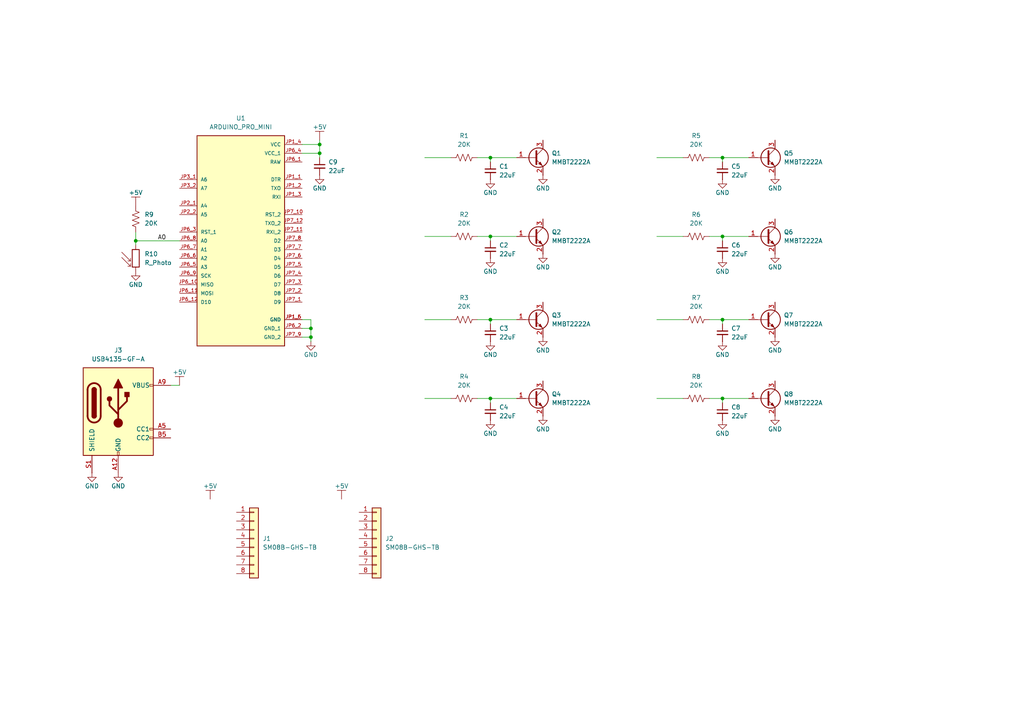
<source format=kicad_sch>
(kicad_sch (version 20250114) (generator "eeschema") (generator_version "9.0")
  (paper "A4")
  (lib_symbols
    (symbol "Connector:USB_C_Receptacle_PowerOnly_6P" (pin_names (offset 1.016))
      (property "Reference" "J" (at 0 16.51 0))
      (property "Value" "USB_C_Receptacle_PowerOnly_6P" (at 0 13.97 0))
      (symbol "USB_C_Receptacle_PowerOnly_6P_0_0"
        (rectangle (start -0.254 -12.7) (end 0.254 -11.684))
        (rectangle (start 10.16 7.874) (end 9.144 7.366))
        (rectangle (start 10.16 -4.826) (end 9.144 -5.334))
        (rectangle (start 10.16 -7.366) (end 9.144 -7.874))
      )
      (symbol "USB_C_Receptacle_PowerOnly_6P_0_1"
        (rectangle (start -10.16 12.7) (end 10.16 -12.7) (stroke (width 0.254)) (fill (type background)))
        (polyline (pts (xy -8.89 -1.27) (xy -8.89 6.35)) (stroke (width 0.508)))
        (rectangle (start -7.62 -1.27) (end -6.35 6.35) (stroke (width 0.254)) (fill (type outline)))
        (arc (start -7.62 6.35) (mid -6.985 6.9823) (end -6.35 6.35) (stroke (width 0.254)))
        (arc (start -7.62 6.35) (mid -6.985 6.9823) (end -6.35 6.35) (stroke (width 0.254)) (fill (type outline)))
        (arc (start -8.89 6.35) (mid -6.985 8.2467) (end -5.08 6.35) (stroke (width 0.508)))
        (arc (start -5.08 -1.27) (mid -6.985 -3.1667) (end -8.89 -1.27) (stroke (width 0.508)))
        (arc (start -6.35 -1.27) (mid -6.985 -1.9023) (end -7.62 -1.27) (stroke (width 0.254)))
        (arc (start -6.35 -1.27) (mid -6.985 -1.9023) (end -7.62 -1.27) (stroke (width 0.254)) (fill (type outline)))
        (polyline (pts (xy -5.08 6.35) (xy -5.08 -1.27)) (stroke (width 0.508)))
        (circle (center -2.54 3.683) (radius 0.635) (stroke (width 0.254)) (fill (type outline)))
        (polyline (pts (xy -1.27 6.858) (xy 0 9.398) (xy 1.27 6.858) (xy -1.27 6.858)) (stroke (width 0.254)) (fill (type outline)))
        (polyline (pts (xy 0 0.508) (xy 2.54 3.048) (xy 2.54 4.318)) (stroke (width 0.508)))
        (polyline (pts (xy 0 -0.762) (xy -2.54 1.778) (xy -2.54 3.048)) (stroke (width 0.508)))
        (polyline (pts (xy 0 -3.302) (xy 0 6.858)) (stroke (width 0.508)))
        (circle (center 0 -3.302) (radius 1.27) (fill (type outline)))
        (rectangle (start 1.905 4.318) (end 3.175 5.588) (stroke (width 0.254)) (fill (type outline)))
      )
      (symbol "USB_C_Receptacle_PowerOnly_6P_1_1"
        (pin passive line (at -7.62 -17.78 90) (length 5.08) (name "SHIELD") (number "S1"))
        (pin passive line (at 0 -17.78 90) (length 5.08) (name "GND") (number "A12"))
        (pin passive line (at 0 -17.78 90) (length 5.08) (hide yes) (name "GND") (number "B12"))
        (pin passive line (at 15.24 7.62 180) (length 5.08) (name "VBUS") (number "A9"))
        (pin passive line (at 15.24 7.62 180) (length 5.08) (hide yes) (name "VBUS") (number "B9"))
        (pin bidirectional line (at 15.24 -5.08 180) (length 5.08) (name "CC1") (number "A5"))
        (pin bidirectional line (at 15.24 -7.62 180) (length 5.08) (name "CC2") (number "B5"))
      )
    )
    (symbol "Connector_Generic:Conn_01x08" (pin_names (offset 1.016) (hide yes))
      (property "Reference" "J" (at 0 10.16 0))
      (property "Value" "Conn_01x08" (at 0 -12.7 0))
      (symbol "Conn_01x08_1_1"
        (rectangle (start -1.27 8.89) (end 1.27 -11.43) (stroke (width 0.254)) (fill (type background)))
        (rectangle (start -1.27 7.747) (end 0 7.493) (stroke (width 0.1524)))
        (rectangle (start -1.27 5.207) (end 0 4.953) (stroke (width 0.1524)))
        (rectangle (start -1.27 2.667) (end 0 2.413) (stroke (width 0.1524)))
        (rectangle (start -1.27 0.127) (end 0 -0.127) (stroke (width 0.1524)))
        (rectangle (start -1.27 -2.413) (end 0 -2.667) (stroke (width 0.1524)))
        (rectangle (start -1.27 -4.953) (end 0 -5.207) (stroke (width 0.1524)))
        (rectangle (start -1.27 -7.493) (end 0 -7.747) (stroke (width 0.1524)))
        (rectangle (start -1.27 -10.033) (end 0 -10.287) (stroke (width 0.1524)))
        (pin passive line (at -5.08 7.62 0) (length 3.81) (name "Pin_1") (number "1"))
        (pin passive line (at -5.08 5.08 0) (length 3.81) (name "Pin_2") (number "2"))
        (pin passive line (at -5.08 2.54 0) (length 3.81) (name "Pin_3") (number "3"))
        (pin passive line (at -5.08 0 0) (length 3.81) (name "Pin_4") (number "4"))
        (pin passive line (at -5.08 -2.54 0) (length 3.81) (name "Pin_5") (number "5"))
        (pin passive line (at -5.08 -5.08 0) (length 3.81) (name "Pin_6") (number "6"))
        (pin passive line (at -5.08 -7.62 0) (length 3.81) (name "Pin_7") (number "7"))
        (pin passive line (at -5.08 -10.16 0) (length 3.81) (name "Pin_8") (number "8"))
      )
    )
    (symbol "Device:C_Small" (pin_numbers (hide yes)) (pin_names (offset 0.254) (hide yes))
      (property "Reference" "C" (at 0.254 1.778 0))
      (property "Value" "C_Small" (at 0.254 -2.032 0))
      (symbol "C_Small_0_1"
        (polyline (pts (xy -1.524 0.508) (xy 1.524 0.508)) (stroke (width 0.3048)))
        (polyline (pts (xy -1.524 -0.508) (xy 1.524 -0.508)) (stroke (width 0.3302)))
      )
      (symbol "C_Small_1_1"
        (pin passive line (at 0 2.54 270) (length 2.032) (name "~") (number "1"))
        (pin passive line (at 0 -2.54 90) (length 2.032) (name "~") (number "2"))
      )
    )
    (symbol "Device:R_Photo" (pin_numbers (hide yes)) (pin_names (offset 0))
      (property "Reference" "R" (at 1.27 1.27 0))
      (property "Value" "R_Photo" (at 1.27 0 0))
      (symbol "R_Photo_0_1"
        (polyline (pts (xy -1.524 -0.762) (xy -4.064 1.778)))
        (polyline (pts (xy -1.524 -0.762) (xy -2.286 -0.762)))
        (polyline (pts (xy -1.524 -0.762) (xy -1.524 0)))
        (polyline (pts (xy -1.524 -2.286) (xy -4.064 0.254)))
        (polyline (pts (xy -1.524 -2.286) (xy -2.286 -2.286)))
        (polyline (pts (xy -1.524 -2.286) (xy -1.524 -1.524)))
        (rectangle (start -1.016 2.54) (end 1.016 -2.54) (stroke (width 0.254)))
      )
      (symbol "R_Photo_1_1"
        (pin passive line (at 0 3.81 270) (length 1.27) (name "~") (number "1"))
        (pin passive line (at 0 -3.81 90) (length 1.27) (name "~") (number "2"))
      )
    )
    (symbol "Device:R_US" (pin_numbers (hide yes)) (pin_names (offset 0))
      (property "Reference" "R" (at 2.54 0 90))
      (property "Value" "R_US" (at -2.54 0 90))
      (symbol "R_US_0_1"
        (polyline (pts (xy 0 2.286) (xy 0 2.54)))
        (polyline (pts (xy 0 2.286) (xy 1.016 1.905) (xy 0 1.524) (xy -1.016 1.143) (xy 0 0.762)))
        (polyline (pts (xy 0 0.762) (xy 1.016 0.381) (xy 0 0) (xy -1.016 -0.381) (xy 0 -0.762)))
        (polyline (pts (xy 0 -0.762) (xy 1.016 -1.143) (xy 0 -1.524) (xy -1.016 -1.905) (xy 0 -2.286)))
        (polyline (pts (xy 0 -2.286) (xy 0 -2.54)))
      )
      (symbol "R_US_1_1"
        (pin passive line (at 0 3.81 270) (length 1.27) (name "~") (number "1"))
        (pin passive line (at 0 -3.81 90) (length 1.27) (name "~") (number "2"))
      )
    )
    (symbol "Transistor_BJT:MMBT2222A" (pin_names (offset 0) (hide yes))
      (property "Reference" "Q" (at 5.08 1.905 0))
      (property "Value" "MMBT2222A" (at 5.08 0 0))
      (symbol "MMBT2222A_0_1"
        (polyline (pts (xy -2.54 0) (xy 0.635 0)))
        (polyline (pts (xy 0.635 1.905) (xy 0.635 -1.905)) (stroke (width 0.508)))
        (circle (center 1.27 0) (radius 2.8194) (stroke (width 0.254)))
      )
      (symbol "MMBT2222A_1_1"
        (polyline (pts (xy 0.635 0.635) (xy 2.54 2.54)))
        (polyline (pts (xy 0.635 -0.635) (xy 2.54 -2.54)))
        (polyline (pts (xy 1.27 -1.778) (xy 1.778 -1.27) (xy 2.286 -2.286) (xy 1.27 -1.778)) (fill (type outline)))
        (pin input line (at -5.08 0 0) (length 2.54) (name "B") (number "1"))
        (pin passive line (at 2.54 5.08 270) (length 2.54) (name "C") (number "3"))
        (pin passive line (at 2.54 -5.08 90) (length 2.54) (name "E") (number "2"))
      )
    )
    (symbol "jannett_symbols:+5V" (power) (pin_names (offset 0))
      (property "Value" "+5V" (at 0 3.81 0))
      (symbol "+5V_0_1"
        (polyline (pts (xy -1.27 2.54) (xy 1.27 2.54)))
        (polyline (pts (xy 0 0) (xy 0 2.54)))
      )
      (symbol "+5V_1_1"
        (pin power_in line (at 0 0 90) (length 0) (hide yes) (name "+5V") (number "1"))
      )
    )
    (symbol "jannett_symbols:ARDUINO_PRO_MINI" (pin_names (offset 1.016))
      (property "Reference" "U" (at -12.7 31.75 0))
      (property "Value" "ARDUINO_PRO_MINI" (at -12.7 -33.02 0))
      (symbol "ARDUINO_PRO_MINI_0_0"
        (rectangle (start -12.7 -30.48) (end 12.7 30.48) (stroke (width 0.254)) (fill (type background)))
        (pin input line (at -17.78 17.78 0) (length 5.08) (name "A6") (number "JP3_1"))
        (pin input line (at -17.78 15.24 0) (length 5.08) (name "A7") (number "JP3_2"))
        (pin bidirectional line (at -17.78 10.16 0) (length 5.08) (name "A4") (number "JP2_1"))
        (pin bidirectional line (at -17.78 7.62 0) (length 5.08) (name "A5") (number "JP2_2"))
        (pin input line (at -17.78 2.54 0) (length 5.08) (name "RST_1") (number "JP6_3"))
        (pin bidirectional line (at -17.78 0 0) (length 5.08) (name "A0") (number "JP6_8"))
        (pin bidirectional line (at -17.78 -2.54 0) (length 5.08) (name "A1") (number "JP6_7"))
        (pin bidirectional line (at -17.78 -5.08 0) (length 5.08) (name "A2") (number "JP6_6"))
        (pin bidirectional line (at -17.78 -7.62 0) (length 5.08) (name "A3") (number "JP6_5"))
        (pin bidirectional line (at -17.78 -10.16 0) (length 5.08) (name "SCK") (number "JP6_9"))
        (pin bidirectional line (at -17.78 -12.7 0) (length 5.08) (name "MISO") (number "JP6_10"))
        (pin bidirectional line (at -17.78 -15.24 0) (length 5.08) (name "MOSI") (number "JP6_11"))
        (pin bidirectional line (at -17.78 -17.78 0) (length 5.08) (name "D10") (number "JP6_12"))
        (pin power_in line (at 17.78 27.94 180) (length 5.08) (name "VCC") (number "JP1_4"))
        (pin power_in line (at 17.78 25.4 180) (length 5.08) (name "VCC_1") (number "JP6_4"))
        (pin power_in line (at 17.78 22.86 180) (length 5.08) (name "RAW") (number "JP6_1"))
        (pin input line (at 17.78 17.78 180) (length 5.08) (name "DTR") (number "JP1_1"))
        (pin bidirectional line (at 17.78 15.24 180) (length 5.08) (name "TXO") (number "JP1_2"))
        (pin bidirectional line (at 17.78 12.7 180) (length 5.08) (name "RXI") (number "JP1_3"))
        (pin input line (at 17.78 7.62 180) (length 5.08) (name "RST_2") (number "JP7_10"))
        (pin bidirectional line (at 17.78 5.08 180) (length 5.08) (name "TXO_2") (number "JP7_12"))
        (pin bidirectional line (at 17.78 2.54 180) (length 5.08) (name "RXI_2") (number "JP7_11"))
        (pin bidirectional line (at 17.78 0 180) (length 5.08) (name "D2") (number "JP7_8"))
        (pin bidirectional line (at 17.78 -2.54 180) (length 5.08) (name "D3") (number "JP7_7"))
        (pin bidirectional line (at 17.78 -5.08 180) (length 5.08) (name "D4") (number "JP7_6"))
        (pin bidirectional line (at 17.78 -7.62 180) (length 5.08) (name "D5") (number "JP7_5"))
        (pin bidirectional line (at 17.78 -10.16 180) (length 5.08) (name "D6") (number "JP7_4"))
        (pin bidirectional line (at 17.78 -12.7 180) (length 5.08) (name "D7") (number "JP7_3"))
        (pin bidirectional line (at 17.78 -15.24 180) (length 5.08) (name "D8") (number "JP7_2"))
        (pin bidirectional line (at 17.78 -17.78 180) (length 5.08) (name "D9") (number "JP7_1"))
        (pin power_in line (at 17.78 -22.86 180) (length 5.08) (name "GND") (number "JP1_5"))
        (pin power_in line (at 17.78 -22.86 180) (length 5.08) (name "GND") (number "JP1_6"))
        (pin power_in line (at 17.78 -25.4 180) (length 5.08) (name "GND_1") (number "JP6_2"))
        (pin power_in line (at 17.78 -27.94 180) (length 5.08) (name "GND_2") (number "JP7_9"))
      )
    )
    (symbol "power:GND" (power) (pin_numbers (hide yes)) (pin_names (offset 0) (hide yes))
      (property "Value" "GND" (at 0 -3.81 0))
      (symbol "GND_0_1"
        (polyline (pts (xy 0 0) (xy 0 -1.27) (xy 1.27 -1.27) (xy 0 -2.54) (xy -1.27 -1.27) (xy 0 -1.27)))
      )
      (symbol "GND_1_1"
        (pin power_in line (at 0 0 270) (length 0) (name "~") (number "1"))
      )
    )
  )
  (junction (at 142.24 115.57))
  (junction (at 142.24 92.71))
  (junction (at 142.24 68.58))
  (junction (at 209.55 45.72))
  (junction (at 142.24 45.72))
  (junction (at 90.17 95.25))
  (junction (at 209.55 92.71))
  (junction (at 209.55 68.58))
  (junction (at 39.37 69.85))
  (junction (at 90.17 97.79))
  (junction (at 209.55 115.57))
  (junction (at 92.71 44.45))
  (junction (at 92.71 41.91))
  (wire (pts (xy 87.63 97.79) (xy 90.17 97.79)))
  (wire (pts (xy 90.17 92.71) (xy 90.17 95.25)))
  (wire (pts (xy 142.24 45.72) (xy 149.86 45.72)))
  (wire (pts (xy 205.74 92.71) (xy 209.55 92.71)))
  (wire (pts (xy 142.24 115.57) (xy 149.86 115.57)))
  (wire (pts (xy 209.55 68.58) (xy 217.17 68.58)))
  (wire (pts (xy 138.43 68.58) (xy 142.24 68.58)))
  (wire (pts (xy 209.55 68.58) (xy 209.55 69.85)))
  (wire (pts (xy 209.55 92.71) (xy 217.17 92.71)))
  (wire (pts (xy 142.24 45.72) (xy 142.24 46.99)))
  (wire (pts (xy 142.24 92.71) (xy 142.24 93.98)))
  (wire (pts (xy 39.37 69.85) (xy 39.37 71.12)))
  (wire (pts (xy 205.74 68.58) (xy 209.55 68.58)))
  (wire (pts (xy 123.19 92.71) (xy 130.81 92.71)))
  (wire (pts (xy 205.74 45.72) (xy 209.55 45.72)))
  (wire (pts (xy 205.74 115.57) (xy 209.55 115.57)))
  (wire (pts (xy 209.55 45.72) (xy 217.17 45.72)))
  (wire (pts (xy 190.5 68.58) (xy 198.12 68.58)))
  (wire (pts (xy 87.63 95.25) (xy 90.17 95.25)))
  (wire (pts (xy 209.55 92.71) (xy 209.55 93.98)))
  (wire (pts (xy 138.43 115.57) (xy 142.24 115.57)))
  (wire (pts (xy 87.63 92.71) (xy 90.17 92.71)))
  (wire (pts (xy 87.63 44.45) (xy 92.71 44.45)))
  (wire (pts (xy 190.5 45.72) (xy 198.12 45.72)))
  (wire (pts (xy 92.71 44.45) (xy 92.71 41.91)))
  (wire (pts (xy 92.71 44.45) (xy 92.71 45.72)))
  (wire (pts (xy 123.19 45.72) (xy 130.81 45.72)))
  (wire (pts (xy 209.55 45.72) (xy 209.55 46.99)))
  (wire (pts (xy 39.37 67.31) (xy 39.37 69.85)))
  (wire (pts (xy 190.5 92.71) (xy 198.12 92.71)))
  (wire (pts (xy 49.53 111.76) (xy 52.07 111.76)))
  (wire (pts (xy 138.43 92.71) (xy 142.24 92.71)))
  (wire (pts (xy 92.71 40.64) (xy 92.71 41.91)))
  (wire (pts (xy 90.17 95.25) (xy 90.17 97.79)))
  (wire (pts (xy 123.19 68.58) (xy 130.81 68.58)))
  (wire (pts (xy 190.5 115.57) (xy 198.12 115.57)))
  (wire (pts (xy 142.24 115.57) (xy 142.24 116.84)))
  (wire (pts (xy 142.24 92.71) (xy 149.86 92.71)))
  (wire (pts (xy 142.24 68.58) (xy 149.86 68.58)))
  (wire (pts (xy 142.24 68.58) (xy 142.24 69.85)))
  (wire (pts (xy 123.19 115.57) (xy 130.81 115.57)))
  (wire (pts (xy 92.71 41.91) (xy 87.63 41.91)))
  (wire (pts (xy 209.55 115.57) (xy 209.55 116.84)))
  (wire (pts (xy 90.17 97.79) (xy 90.17 99.06)))
  (wire (pts (xy 209.55 115.57) (xy 217.17 115.57)))
  (wire (pts (xy 138.43 45.72) (xy 142.24 45.72)))
  (wire (pts (xy 39.37 69.85) (xy 52.07 69.85)))
  (label "A0" (at 45.72 69.85 0))
  (symbol (lib_id "power:GND") (at 92.71 50.8 0) (unit 1)
    (property "Reference" "#PWR020" (effects (hide yes)))
    (property "Value" "GND" (at 92.71 54.61 0))
    (property "Description" "Power symbol creates a global label with name \"GND\" , ground" (effects (hide yes)))
  )
  (symbol (lib_id "Transistor_BJT:MMBT2222A") (at 222.25 68.58 0) (unit 1)
    (property "Reference" "Q6" (at 227.33 67.3099 0) (effects (justify left)))
    (property "Value" "MMBT2222A" (at 227.33 69.8499 0) (effects (justify left)))
    (property "Footprint" "Package_TO_SOT_SMD:SOT-23" (effects (hide yes)))
    (property "Datasheet" "https://assets.nexperia.com/documents/data-sheet/MMBT2222A.pdf" (effects (hide yes)))
    (property "Description" "600mA Ic, 40V Vce, NPN Transistor, SOT-23" (effects (hide yes)))
    (property "Sim.Device" "NPN" (effects (hide yes)))
    (property "Sim.Pins" "1=B 2=E 3=C" (effects (hide yes)))
  )
  (symbol (lib_id "Device:C_Small") (at 142.24 119.38 0) (unit 1)
    (property "Reference" "C4" (at 144.78 118.1162 0) (effects (justify left)))
    (property "Value" "22uF" (at 144.78 120.6562 0) (effects (justify left)))
    (property "Footprint" "Capacitor_SMD:C_0603_1608Metric_Pad1.08x0.95mm_HandSolder" (effects (hide yes)))
    (property "Description" "Unpolarized capacitor, small symbol" (effects (hide yes)))
  )
  (symbol (lib_id "power:GND") (at 209.55 74.93 0) (unit 1)
    (property "Reference" "#PWR011" (effects (hide yes)))
    (property "Value" "GND" (at 209.55 78.74 0))
    (property "Description" "Power symbol creates a global label with name \"GND\" , ground" (effects (hide yes)))
  )
  (symbol (lib_id "Device:R_US") (at 134.62 68.58 90) (unit 1)
    (property "Reference" "R2" (at 134.62 62.23 90))
    (property "Value" "20K" (at 134.62 64.77 90))
    (property "Footprint" "Resistor_SMD:R_0603_1608Metric_Pad0.98x0.95mm_HandSolder" (effects (hide yes)))
    (property "Description" "Resistor, US symbol" (effects (hide yes)))
  )
  (symbol (lib_id "power:GND") (at 34.29 137.16 0) (unit 1)
    (property "Reference" "#PWR025" (effects (hide yes)))
    (property "Value" "GND" (at 34.29 140.97 0))
    (property "Description" "Power symbol creates a global label with name \"GND\" , ground" (effects (hide yes)))
  )
  (symbol (lib_id "Device:C_Small") (at 209.55 49.53 0) (unit 1)
    (property "Reference" "C5" (at 212.09 48.2662 0) (effects (justify left)))
    (property "Value" "22uF" (at 212.09 50.8062 0) (effects (justify left)))
    (property "Footprint" "Capacitor_SMD:C_0603_1608Metric_Pad1.08x0.95mm_HandSolder" (effects (hide yes)))
    (property "Description" "Unpolarized capacitor, small symbol" (effects (hide yes)))
  )
  (symbol (lib_id "power:GND") (at 26.67 137.16 0) (unit 1)
    (property "Reference" "#PWR026" (effects (hide yes)))
    (property "Value" "GND" (at 26.67 140.97 0))
    (property "Description" "Power symbol creates a global label with name \"GND\" , ground" (effects (hide yes)))
  )
  (symbol (lib_id "jannett_symbols:ARDUINO_PRO_MINI") (at 69.85 69.85 0) (unit 1)
    (property "Reference" "U1" (at 69.85 34.29 0))
    (property "Value" "ARDUINO_PRO_MINI" (at 69.85 36.83 0))
    (property "Footprint" "jannett_footprints:MODULE_ARDUINO_PRO_MINI" (effects (hide yes)))
    (property "MAXIMUM_PACKAGE_HEIGHT" "N/A" (effects (hide yes)))
    (property "STANDARD" "Manufacturer Recommendations" (effects (hide yes)))
    (property "PARTREV" "N/A" (effects (hide yes)))
    (property "MANUFACTURER" "SparkFun Electronics" (effects (hide yes)))
  )
  (symbol (lib_id "power:GND") (at 157.48 120.65 0) (unit 1)
    (property "Reference" "#PWR09" (effects (hide yes)))
    (property "Value" "GND" (at 157.48 124.46 0))
    (property "Description" "Power symbol creates a global label with name \"GND\" , ground" (effects (hide yes)))
  )
  (symbol (lib_id "Connector_Generic:Conn_01x08") (at 73.66 156.21 0) (unit 1)
    (property "Reference" "J1" (at 76.2 156.2099 0) (effects (justify left)))
    (property "Value" "SM08B-GHS-TB" (at 76.2 158.7499 0) (effects (justify left)))
    (property "Footprint" "Connector_JST:JST_GH_SM08B-GHS-TB_1x08-1MP_P1.25mm_Horizontal" (effects (hide yes)))
    (property "Description" "Generic connector, single row, 01x08, script generated (kicad-library-utils/schlib/autogen/connector/)" (effects (hide yes)))
  )
  (symbol (lib_id "power:GND") (at 157.48 97.79 0) (unit 1)
    (property "Reference" "#PWR07" (effects (hide yes)))
    (property "Value" "GND" (at 157.48 101.6 0))
    (property "Description" "Power symbol creates a global label with name \"GND\" , ground" (effects (hide yes)))
  )
  (symbol (lib_id "jannett_symbols:+5V") (at 52.07 111.76 0) (unit 1)
    (property "Reference" "#PWR024" (effects (hide yes)))
    (property "Value" "+5V" (at 52.07 107.95 0))
    (property "Description" "Power symbol creates a global label with name \"+5V\"" (effects (hide yes)))
  )
  (symbol (lib_id "Device:C_Small") (at 209.55 96.52 0) (unit 1)
    (property "Reference" "C7" (at 212.09 95.2562 0) (effects (justify left)))
    (property "Value" "22uF" (at 212.09 97.7962 0) (effects (justify left)))
    (property "Footprint" "Capacitor_SMD:C_0603_1608Metric_Pad1.08x0.95mm_HandSolder" (effects (hide yes)))
    (property "Description" "Unpolarized capacitor, small symbol" (effects (hide yes)))
  )
  (symbol (lib_id "Device:C_Small") (at 142.24 49.53 0) (unit 1)
    (property "Reference" "C1" (at 144.78 48.2662 0) (effects (justify left)))
    (property "Value" "22uF" (at 144.78 50.8062 0) (effects (justify left)))
    (property "Footprint" "Capacitor_SMD:C_0603_1608Metric_Pad1.08x0.95mm_HandSolder" (effects (hide yes)))
    (property "Description" "Unpolarized capacitor, small symbol" (effects (hide yes)))
  )
  (symbol (lib_id "Transistor_BJT:MMBT2222A") (at 222.25 92.71 0) (unit 1)
    (property "Reference" "Q7" (at 227.33 91.4399 0) (effects (justify left)))
    (property "Value" "MMBT2222A" (at 227.33 93.9799 0) (effects (justify left)))
    (property "Footprint" "Package_TO_SOT_SMD:SOT-23" (effects (hide yes)))
    (property "Datasheet" "https://assets.nexperia.com/documents/data-sheet/MMBT2222A.pdf" (effects (hide yes)))
    (property "Description" "600mA Ic, 40V Vce, NPN Transistor, SOT-23" (effects (hide yes)))
    (property "Sim.Device" "NPN" (effects (hide yes)))
    (property "Sim.Pins" "1=B 2=E 3=C" (effects (hide yes)))
  )
  (symbol (lib_id "Device:R_Photo") (at 39.37 74.93 0) (unit 1)
    (property "Reference" "R10" (at 41.91 73.6599 0) (effects (justify left)))
    (property "Value" "R_Photo" (at 41.91 76.1999 0) (effects (justify left)))
    (property "Footprint" "OptoDevice:R_LDR_5.0x4.1mm_P3mm_Vertical" (effects (hide yes)))
    (property "Description" "Photoresistor" (effects (hide yes)))
  )
  (symbol (lib_id "power:GND") (at 142.24 99.06 0) (unit 1)
    (property "Reference" "#PWR06" (effects (hide yes)))
    (property "Value" "GND" (at 142.24 102.87 0))
    (property "Description" "Power symbol creates a global label with name \"GND\" , ground" (effects (hide yes)))
  )
  (symbol (lib_id "power:GND") (at 142.24 74.93 0) (unit 1)
    (property "Reference" "#PWR04" (effects (hide yes)))
    (property "Value" "GND" (at 142.24 78.74 0))
    (property "Description" "Power symbol creates a global label with name \"GND\" , ground" (effects (hide yes)))
  )
  (symbol (lib_id "power:GND") (at 142.24 52.07 0) (unit 1)
    (property "Reference" "#PWR01" (effects (hide yes)))
    (property "Value" "GND" (at 142.24 55.88 0))
    (property "Description" "Power symbol creates a global label with name \"GND\" , ground" (effects (hide yes)))
  )
  (symbol (lib_id "Transistor_BJT:MMBT2222A") (at 154.94 45.72 0) (unit 1)
    (property "Reference" "Q1" (at 160.02 44.4499 0) (effects (justify left)))
    (property "Value" "MMBT2222A" (at 160.02 46.9899 0) (effects (justify left)))
    (property "Footprint" "Package_TO_SOT_SMD:SOT-23" (effects (hide yes)))
    (property "Datasheet" "https://assets.nexperia.com/documents/data-sheet/MMBT2222A.pdf" (effects (hide yes)))
    (property "Description" "600mA Ic, 40V Vce, NPN Transistor, SOT-23" (effects (hide yes)))
    (property "Sim.Device" "NPN" (effects (hide yes)))
    (property "Sim.Pins" "1=B 2=E 3=C" (effects (hide yes)))
  )
  (symbol (lib_id "Device:R_US") (at 134.62 115.57 90) (unit 1)
    (property "Reference" "R4" (at 134.62 109.22 90))
    (property "Value" "20K" (at 134.62 111.76 90))
    (property "Footprint" "Resistor_SMD:R_0603_1608Metric_Pad0.98x0.95mm_HandSolder" (effects (hide yes)))
    (property "Description" "Resistor, US symbol" (effects (hide yes)))
  )
  (symbol (lib_id "Device:C_Small") (at 92.71 48.26 0) (unit 1)
    (property "Reference" "C9" (at 95.25 46.9962 0) (effects (justify left)))
    (property "Value" "22uF" (at 95.25 49.5362 0) (effects (justify left)))
    (property "Footprint" "Capacitor_SMD:C_0603_1608Metric_Pad1.08x0.95mm_HandSolder" (effects (hide yes)))
    (property "Description" "Unpolarized capacitor, small symbol" (effects (hide yes)))
  )
  (symbol (lib_id "Device:R_US") (at 134.62 92.71 90) (unit 1)
    (property "Reference" "R3" (at 134.62 86.36 90))
    (property "Value" "20K" (at 134.62 88.9 90))
    (property "Footprint" "Resistor_SMD:R_0603_1608Metric_Pad0.98x0.95mm_HandSolder" (effects (hide yes)))
    (property "Description" "Resistor, US symbol" (effects (hide yes)))
  )
  (symbol (lib_id "Transistor_BJT:MMBT2222A") (at 154.94 68.58 0) (unit 1)
    (property "Reference" "Q2" (at 160.02 67.3099 0) (effects (justify left)))
    (property "Value" "MMBT2222A" (at 160.02 69.8499 0) (effects (justify left)))
    (property "Footprint" "Package_TO_SOT_SMD:SOT-23" (effects (hide yes)))
    (property "Datasheet" "https://assets.nexperia.com/documents/data-sheet/MMBT2222A.pdf" (effects (hide yes)))
    (property "Description" "600mA Ic, 40V Vce, NPN Transistor, SOT-23" (effects (hide yes)))
    (property "Sim.Device" "NPN" (effects (hide yes)))
    (property "Sim.Pins" "1=B 2=E 3=C" (effects (hide yes)))
  )
  (symbol (lib_id "Device:R_US") (at 39.37 63.5 180) (unit 1)
    (property "Reference" "R9" (at 41.91 62.2299 0) (effects (justify right)))
    (property "Value" "20K" (at 41.91 64.7699 0) (effects (justify right)))
    (property "Footprint" "Resistor_SMD:R_0603_1608Metric_Pad0.98x0.95mm_HandSolder" (effects (hide yes)))
    (property "Description" "Resistor, US symbol" (effects (hide yes)))
  )
  (symbol (lib_id "jannett_symbols:+5V") (at 39.37 59.69 0) (unit 1)
    (property "Reference" "#PWR018" (effects (hide yes)))
    (property "Value" "+5V" (at 39.37 55.88 0))
    (property "Description" "Power symbol creates a global label with name \"+5V\"" (effects (hide yes)))
  )
  (symbol (lib_id "Device:C_Small") (at 142.24 72.39 0) (unit 1)
    (property "Reference" "C2" (at 144.78 71.1262 0) (effects (justify left)))
    (property "Value" "22uF" (at 144.78 73.6662 0) (effects (justify left)))
    (property "Footprint" "Capacitor_SMD:C_0603_1608Metric_Pad1.08x0.95mm_HandSolder" (effects (hide yes)))
    (property "Description" "Unpolarized capacitor, small symbol" (effects (hide yes)))
  )
  (symbol (lib_id "power:GND") (at 90.17 99.06 0) (unit 1)
    (property "Reference" "#PWR03" (effects (hide yes)))
    (property "Value" "GND" (at 90.17 102.87 0))
    (property "Description" "Power symbol creates a global label with name \"GND\" , ground" (effects (hide yes)))
  )
  (symbol (lib_id "Connector_Generic:Conn_01x08") (at 109.22 156.21 0) (unit 1)
    (property "Reference" "J2" (at 111.76 156.2099 0) (effects (justify left)))
    (property "Value" "SM08B-GHS-TB" (at 111.76 158.7499 0) (effects (justify left)))
    (property "Footprint" "Connector_JST:JST_GH_SM08B-GHS-TB_1x08-1MP_P1.25mm_Horizontal" (effects (hide yes)))
    (property "Description" "Generic connector, single row, 01x08, script generated (kicad-library-utils/schlib/autogen/connector/)" (effects (hide yes)))
  )
  (symbol (lib_id "Device:R_US") (at 201.93 115.57 90) (unit 1)
    (property "Reference" "R8" (at 201.93 109.22 90))
    (property "Value" "20K" (at 201.93 111.76 90))
    (property "Footprint" "Resistor_SMD:R_0603_1608Metric_Pad0.98x0.95mm_HandSolder" (effects (hide yes)))
    (property "Description" "Resistor, US symbol" (effects (hide yes)))
  )
  (symbol (lib_id "power:GND") (at 209.55 99.06 0) (unit 1)
    (property "Reference" "#PWR012" (effects (hide yes)))
    (property "Value" "GND" (at 209.55 102.87 0))
    (property "Description" "Power symbol creates a global label with name \"GND\" , ground" (effects (hide yes)))
  )
  (symbol (lib_id "power:GND") (at 224.79 97.79 0) (unit 1)
    (property "Reference" "#PWR016" (effects (hide yes)))
    (property "Value" "GND" (at 224.79 101.6 0))
    (property "Description" "Power symbol creates a global label with name \"GND\" , ground" (effects (hide yes)))
  )
  (symbol (lib_id "power:GND") (at 142.24 121.92 0) (unit 1)
    (property "Reference" "#PWR08" (effects (hide yes)))
    (property "Value" "GND" (at 142.24 125.73 0))
    (property "Description" "Power symbol creates a global label with name \"GND\" , ground" (effects (hide yes)))
  )
  (symbol (lib_id "Transistor_BJT:MMBT2222A") (at 222.25 45.72 0) (unit 1)
    (property "Reference" "Q5" (at 227.33 44.4499 0) (effects (justify left)))
    (property "Value" "MMBT2222A" (at 227.33 46.9899 0) (effects (justify left)))
    (property "Footprint" "Package_TO_SOT_SMD:SOT-23" (effects (hide yes)))
    (property "Datasheet" "https://assets.nexperia.com/documents/data-sheet/MMBT2222A.pdf" (effects (hide yes)))
    (property "Description" "600mA Ic, 40V Vce, NPN Transistor, SOT-23" (effects (hide yes)))
    (property "Sim.Device" "NPN" (effects (hide yes)))
    (property "Sim.Pins" "1=B 2=E 3=C" (effects (hide yes)))
  )
  (symbol (lib_id "Device:C_Small") (at 209.55 72.39 0) (unit 1)
    (property "Reference" "C6" (at 212.09 71.1262 0) (effects (justify left)))
    (property "Value" "22uF" (at 212.09 73.6662 0) (effects (justify left)))
    (property "Footprint" "Capacitor_SMD:C_0603_1608Metric_Pad1.08x0.95mm_HandSolder" (effects (hide yes)))
    (property "Description" "Unpolarized capacitor, small symbol" (effects (hide yes)))
  )
  (symbol (lib_id "Device:R_US") (at 201.93 68.58 90) (unit 1)
    (property "Reference" "R6" (at 201.93 62.23 90))
    (property "Value" "20K" (at 201.93 64.77 90))
    (property "Footprint" "Resistor_SMD:R_0603_1608Metric_Pad0.98x0.95mm_HandSolder" (effects (hide yes)))
    (property "Description" "Resistor, US symbol" (effects (hide yes)))
  )
  (symbol (lib_id "power:GND") (at 224.79 50.8 0) (unit 1)
    (property "Reference" "#PWR014" (effects (hide yes)))
    (property "Value" "GND" (at 224.79 54.61 0))
    (property "Description" "Power symbol creates a global label with name \"GND\" , ground" (effects (hide yes)))
  )
  (symbol (lib_id "Device:C_Small") (at 142.24 96.52 0) (unit 1)
    (property "Reference" "C3" (at 144.78 95.2562 0) (effects (justify left)))
    (property "Value" "22uF" (at 144.78 97.7962 0) (effects (justify left)))
    (property "Footprint" "Capacitor_SMD:C_0603_1608Metric_Pad1.08x0.95mm_HandSolder" (effects (hide yes)))
    (property "Description" "Unpolarized capacitor, small symbol" (effects (hide yes)))
  )
  (symbol (lib_id "power:GND") (at 224.79 120.65 0) (unit 1)
    (property "Reference" "#PWR017" (effects (hide yes)))
    (property "Value" "GND" (at 224.79 124.46 0))
    (property "Description" "Power symbol creates a global label with name \"GND\" , ground" (effects (hide yes)))
  )
  (symbol (lib_id "power:GND") (at 157.48 73.66 0) (unit 1)
    (property "Reference" "#PWR05" (effects (hide yes)))
    (property "Value" "GND" (at 157.48 77.47 0))
    (property "Description" "Power symbol creates a global label with name \"GND\" , ground" (effects (hide yes)))
  )
  (symbol (lib_id "power:GND") (at 39.37 78.74 0) (unit 1)
    (property "Reference" "#PWR022" (effects (hide yes)))
    (property "Value" "GND" (at 39.37 82.55 0))
    (property "Description" "Power symbol creates a global label with name \"GND\" , ground" (effects (hide yes)))
  )
  (symbol (lib_id "Device:R_US") (at 134.62 45.72 90) (unit 1)
    (property "Reference" "R1" (at 134.62 39.37 90))
    (property "Value" "20K" (at 134.62 41.91 90))
    (property "Footprint" "Resistor_SMD:R_0603_1608Metric_Pad0.98x0.95mm_HandSolder" (effects (hide yes)))
    (property "Description" "Resistor, US symbol" (effects (hide yes)))
  )
  (symbol (lib_id "jannett_symbols:+5V") (at 99.06 144.78 0) (unit 1)
    (property "Reference" "#PWR023" (effects (hide yes)))
    (property "Value" "+5V" (at 99.06 140.97 0))
    (property "Description" "Power symbol creates a global label with name \"+5V\"" (effects (hide yes)))
  )
  (symbol (lib_id "jannett_symbols:+5V") (at 92.71 40.64 0) (unit 1)
    (property "Reference" "#PWR021" (effects (hide yes)))
    (property "Value" "+5V" (at 92.71 36.83 0))
    (property "Description" "Power symbol creates a global label with name \"+5V\"" (effects (hide yes)))
  )
  (symbol (lib_id "Device:C_Small") (at 209.55 119.38 0) (unit 1)
    (property "Reference" "C8" (at 212.09 118.1162 0) (effects (justify left)))
    (property "Value" "22uF" (at 212.09 120.6562 0) (effects (justify left)))
    (property "Footprint" "Capacitor_SMD:C_0603_1608Metric_Pad1.08x0.95mm_HandSolder" (effects (hide yes)))
    (property "Description" "Unpolarized capacitor, small symbol" (effects (hide yes)))
  )
  (symbol (lib_id "Transistor_BJT:MMBT2222A") (at 154.94 92.71 0) (unit 1)
    (property "Reference" "Q3" (at 160.02 91.4399 0) (effects (justify left)))
    (property "Value" "MMBT2222A" (at 160.02 93.9799 0) (effects (justify left)))
    (property "Footprint" "Package_TO_SOT_SMD:SOT-23" (effects (hide yes)))
    (property "Datasheet" "https://assets.nexperia.com/documents/data-sheet/MMBT2222A.pdf" (effects (hide yes)))
    (property "Description" "600mA Ic, 40V Vce, NPN Transistor, SOT-23" (effects (hide yes)))
    (property "Sim.Device" "NPN" (effects (hide yes)))
    (property "Sim.Pins" "1=B 2=E 3=C" (effects (hide yes)))
  )
  (symbol (lib_id "Device:R_US") (at 201.93 92.71 90) (unit 1)
    (property "Reference" "R7" (at 201.93 86.36 90))
    (property "Value" "20K" (at 201.93 88.9 90))
    (property "Footprint" "Resistor_SMD:R_0603_1608Metric_Pad0.98x0.95mm_HandSolder" (effects (hide yes)))
    (property "Description" "Resistor, US symbol" (effects (hide yes)))
  )
  (symbol (lib_id "jannett_symbols:+5V") (at 60.96 144.78 0) (unit 1)
    (property "Reference" "#PWR019" (effects (hide yes)))
    (property "Value" "+5V" (at 60.96 140.97 0))
    (property "Description" "Power symbol creates a global label with name \"+5V\"" (effects (hide yes)))
  )
  (symbol (lib_id "power:GND") (at 157.48 50.8 0) (unit 1)
    (property "Reference" "#PWR02" (effects (hide yes)))
    (property "Value" "GND" (at 157.48 54.61 0))
    (property "Description" "Power symbol creates a global label with name \"GND\" , ground" (effects (hide yes)))
  )
  (symbol (lib_id "power:GND") (at 209.55 121.92 0) (unit 1)
    (property "Reference" "#PWR013" (effects (hide yes)))
    (property "Value" "GND" (at 209.55 125.73 0))
    (property "Description" "Power symbol creates a global label with name \"GND\" , ground" (effects (hide yes)))
  )
  (symbol (lib_id "Transistor_BJT:MMBT2222A") (at 154.94 115.57 0) (unit 1)
    (property "Reference" "Q4" (at 160.02 114.2999 0) (effects (justify left)))
    (property "Value" "MMBT2222A" (at 160.02 116.8399 0) (effects (justify left)))
    (property "Footprint" "Package_TO_SOT_SMD:SOT-23" (effects (hide yes)))
    (property "Datasheet" "https://assets.nexperia.com/documents/data-sheet/MMBT2222A.pdf" (effects (hide yes)))
    (property "Description" "600mA Ic, 40V Vce, NPN Transistor, SOT-23" (effects (hide yes)))
    (property "Sim.Device" "NPN" (effects (hide yes)))
    (property "Sim.Pins" "1=B 2=E 3=C" (effects (hide yes)))
  )
  (symbol (lib_id "Connector:USB_C_Receptacle_PowerOnly_6P") (at 34.29 119.38 0) (unit 1)
    (property "Reference" "J3" (at 34.29 101.6 0))
    (property "Value" "USB4135-GF-A" (at 34.29 104.14 0))
    (property "Footprint" "Connector_USB:USB_C_Receptacle_GCT_USB4135-GF-A_6P_TopMnt_Horizontal" (effects (hide yes)))
    (property "Datasheet" "https://www.usb.org/sites/default/files/documents/usb_type-c.zip" (effects (hide yes)))
    (property "Description" "USB Power-Only 6P Type-C Receptacle connector" (effects (hide yes)))
  )
  (symbol (lib_id "power:GND") (at 224.79 73.66 0) (unit 1)
    (property "Reference" "#PWR015" (effects (hide yes)))
    (property "Value" "GND" (at 224.79 77.47 0))
    (property "Description" "Power symbol creates a global label with name \"GND\" , ground" (effects (hide yes)))
  )
  (symbol (lib_id "Transistor_BJT:MMBT2222A") (at 222.25 115.57 0) (unit 1)
    (property "Reference" "Q8" (at 227.33 114.2999 0) (effects (justify left)))
    (property "Value" "MMBT2222A" (at 227.33 116.8399 0) (effects (justify left)))
    (property "Footprint" "Package_TO_SOT_SMD:SOT-23" (effects (hide yes)))
    (property "Datasheet" "https://assets.nexperia.com/documents/data-sheet/MMBT2222A.pdf" (effects (hide yes)))
    (property "Description" "600mA Ic, 40V Vce, NPN Transistor, SOT-23" (effects (hide yes)))
    (property "Sim.Device" "NPN" (effects (hide yes)))
    (property "Sim.Pins" "1=B 2=E 3=C" (effects (hide yes)))
  )
  (symbol (lib_id "power:GND") (at 209.55 52.07 0) (unit 1)
    (property "Reference" "#PWR010" (effects (hide yes)))
    (property "Value" "GND" (at 209.55 55.88 0))
    (property "Description" "Power symbol creates a global label with name \"GND\" , ground" (effects (hide yes)))
  )
  (symbol (lib_id "Device:R_US") (at 201.93 45.72 90) (unit 1)
    (property "Reference" "R5" (at 201.93 39.37 90))
    (property "Value" "20K" (at 201.93 41.91 90))
    (property "Footprint" "Resistor_SMD:R_0603_1608Metric_Pad0.98x0.95mm_HandSolder" (effects (hide yes)))
    (property "Description" "Resistor, US symbol" (effects (hide yes)))
  )
)
</source>
